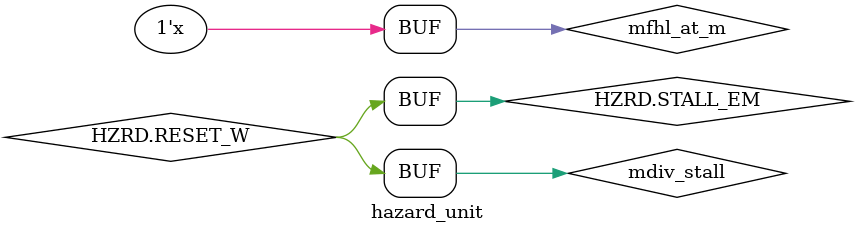
<source format=sv>
module hazard_unit ( if_hazard.hzrd HZRD );

//  ALU Forwarding logic:
//  Replace ALU arg by the most recent write to reg file
//  I.e., if we have several instructions writing to regfile, 
//  use the closest one down the pipeline
//  Precedence: M1, M2, WB. 
//  + Don't forward if the argument is $zero since it _must_
//  work as /dev/null. Forwarding can break this logic!

//  + Keep in mind that forwarding works for arithmetic/logic
//  instructions mostly. Forwarding for loads is limited 
//  since the actual word appears in the processor at the 
//  end of M2 stage. Loaded data can be forwarded from WB only.

//  Then again, we need WB forwarding for ALU only, since it 
//  writes regfile at decode & branch state, and WB result is
//  accessible for branches directly from writeback


assign HZRD.ALU_FWD_A = 
   ((HZRD.RS_E != 0) && (HZRD.RS_E == HZRD.REGDST_M ) && HZRD.WRITEREG_M ) ? 2'b01 :
   ((HZRD.RS_E != 0) && (HZRD.RS_E == HZRD.REGDST_W ) && HZRD.WRITEREG_W ) ? 2'b10 :
                                                                             2'b00 ;

assign HZRD.ALU_FWD_B = 
   ((HZRD.RT_E != 0) && (HZRD.RT_E == HZRD.REGDST_M ) && HZRD.WRITEREG_M ) ? 2'b01 :
   ((HZRD.RT_E != 0) && (HZRD.RT_E == HZRD.REGDST_W ) && HZRD.WRITEREG_W ) ? 2'b10 :
                                                                             2'b00 ;



logic lw_stall, mdiv_stall, load_at_e, mfcop_at_e, mfhl_at_m;

assign load_at_e  = HZRD.ALUORMEM_E  & (( HZRD.RS_D == HZRD.RT_E ) | 
                                        ( HZRD.RT_D == HZRD.RT_E ));

assign mfcop_at_e = ^HZRD.MFCOP_SEL_E & (( HZRD.RS_D == HZRD.RD_E ) | 
                                         ( HZRD.RT_D == HZRD.RD_E ));

assign lw_stall = load_at_e | mfcop_at_e;


// The following is a premature optimisation.
// Should read: mfcop_sel_m == 2'b01 || mfcop_sel_m == 2'b10
assign mfhl_at_m  = HZRD.MFCOP_SEL_M[1] ^ HZRD.MFCOP_SEL_M[0];
assign mdiv_stall = HZRD.MDIV_BUSY_M & mfhl_at_m;

assign HZRD.STALL_FD = lw_stall | mdiv_stall;
assign HZRD.STALL_EM = mdiv_stall;
assign HZRD.RESET_E = lw_stall;
assign HZRD.RESET_W = mdiv_stall;

endmodule

</source>
